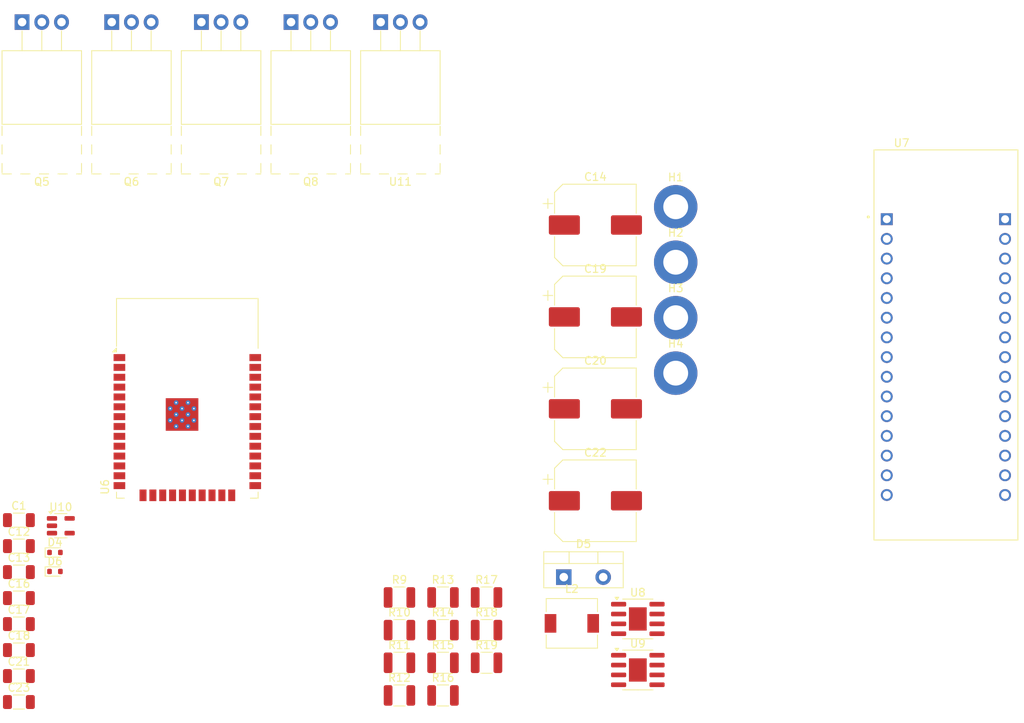
<source format=kicad_pcb>
(kicad_pcb (version 20241229) (generator "pcbnew") (generator_version "9.0")
  (layers (0 "F.Cu" signal) (2 "B.Cu" signal) (13 "F.Paste" user) (15 "B.Paste" user) (5 "F.SilkS" user "F.Silkscreen") (7 "B.SilkS" user "B.Silkscreen") (1 "F.Mask" user) (3 "B.Mask" user) (25 "Edge.Cuts" user))
  (net 0 "")
  (net 1 "Net-(Q6-S)")
  (net 2 "GND")
  (net 3 "/TX")
  (net 4 "Net-(D4-K)")
  (net 5 "Net-(Q7-S)")
  (net 6 "Net-(D5-K)")
  (net 7 "Net-(D6-A)")
  (net 8 "Net-(Q5-S)")
  (net 9 "Net-(Q5-D)")
  (net 10 "Net-(U10-V+)")
  (net 11 "Net-(D4-A)")
  (net 12 "Net-(D5-A)")
  (net 13 "Net-(Q5-G)")
  (net 14 "Net-(Q6-G)")
  (net 15 "Net-(R11-Pad1)")
  (net 16 "Net-(U10--)")
  (net 17 "Net-(U9-HO)")
  (net 18 "Net-(U9-LO)")
  (net 19 "Net-(U10-+)")
  (net 20 "Net-(U8-LO)")
  (net 21 "Net-(U8-HO)")
  (net 22 "/RX")
  (net 55 "Net-(U7-PA8)")
  (net 56 "Net-(U7-PB1)")
  (net 57 "Net-(U7-PB0)")
  (net 58 "Net-(U7-PA11)")
  (net 59 "Net-(D6-K)")
  (footprint "Resistor_SMD:R_1210_3225Metric" (layer "F.Cu") (at 145.515 112.955)
    (property "Reference" "R10" (at 0 -2.28 0) (layer "F.SilkS"))
    (property "Value" "R")
    (fp_line (start -0.723737 -1.355) (end 0.723737 -1.355) (stroke (width 0.12)) (layer "F.SilkS"))
    (fp_line (start -0.723737 1.355) (end 0.723737 1.355) (stroke (width 0.12)) (layer "F.SilkS"))
    (pad "1" smd roundrect (at -1.4625 0) (size 1.125 2.65) (layers "F.Cu" "F.Mask" "F.Paste") (roundrect_rratio 0.222222) (net 10 "Net-(U10-V+)"))
    (pad "2" smd roundrect (at 1.4625 0) (size 1.125 2.65) (layers "F.Cu" "F.Mask" "F.Paste") (roundrect_rratio 0.222222) (net 11 "Net-(D4-A)"))
  )
  (footprint "RF_Module:ESP32-WROOM-32" (layer "F.Cu") (at 118.185 86.065)
    (property "Reference" "U6" (at -10.61 8.43 90) (layer "F.SilkS"))
    (property "Value" "ESP32-WROOM-32")
    (fp_line (start -9.12 -15.86) (end -9.12 -9.7) (stroke (width 0.12)) (layer "F.SilkS"))
    (fp_line (start -9.12 -15.86) (end 9.12 -15.86) (stroke (width 0.12)) (layer "F.SilkS"))
    (fp_line (start -9.12 9.1) (end -9.12 9.88) (stroke (width 0.12)) (layer "F.SilkS"))
    (fp_line (start -9.12 9.88) (end -8.12 9.88) (stroke (width 0.12)) (layer "F.SilkS"))
    (fp_line (start 9.12 -15.86) (end 9.12 -9.445) (stroke (width 0.12)) (layer "F.SilkS"))
    (fp_line (start 9.12 9.1) (end 9.12 9.88) (stroke (width 0.12)) (layer "F.SilkS"))
    (fp_line (start 9.12 9.88) (end 8.12 9.88) (stroke (width 0.12)) (layer "F.SilkS"))
    (fp_poly (pts (xy -9.125 -8.975) (xy -9.625 -8.975) (xy -9.125 -9.475) (xy -9.125 -8.975)) (stroke (width 0.12)) (fill yes) (layer "F.SilkS"))
    (pad "1" smd rect (at -8.75 -8.25) (size 1.5 0.9) (layers "F.Cu" "F.Mask" "F.Paste") (net 2 "GND"))
    (pad "2" smd rect (at -8.75 -6.98) (size 1.5 0.9) (layers "F.Cu" "F.Mask" "F.Paste") (net 10 "Net-(U10-V+)"))
    (pad "3" smd rect (at -8.75 -5.71) (size 1.5 0.9) (layers "F.Cu" "F.Mask" "F.Paste"))
    (pad "4" smd rect (at -8.75 -4.44) (size 1.5 0.9) (layers "F.Cu" "F.Mask" "F.Paste"))
    (pad "5" smd rect (at -8.75 -3.17) (size 1.5 0.9) (layers "F.Cu" "F.Mask" "F.Paste"))
    (pad "6" smd rect (at -8.75 -1.9) (size 1.5 0.9) (layers "F.Cu" "F.Mask" "F.Paste"))
    (pad "7" smd rect (at -8.75 -0.63) (size 1.5 0.9) (layers "F.Cu" "F.Mask" "F.Paste"))
    (pad "8" smd rect (at -8.75 0.64) (size 1.5 0.9) (layers "F.Cu" "F.Mask" "F.Paste"))
    (pad "9" smd rect (at -8.75 1.91) (size 1.5 0.9) (layers "F.Cu" "F.Mask" "F.Paste"))
    (pad "10" smd rect (at -8.75 3.18) (size 1.5 0.9) (layers "F.Cu" "F.Mask" "F.Paste"))
    (pad "11" smd rect (at -8.75 4.45) (size 1.5 0.9) (layers "F.Cu" "F.Mask" "F.Paste"))
    (pad "12" smd rect (at -8.75 5.72) (size 1.5 0.9) (layers "F.Cu" "F.Mask" "F.Paste"))
    (pad "13" smd rect (at -8.75 6.99) (size 1.5 0.9) (layers "F.Cu" "F.Mask" "F.Paste") (net 22 "/RX"))
    (pad "14" smd rect (at -8.75 8.26) (size 1.5 0.9) (layers "F.Cu" "F.Mask" "F.Paste"))
    (pad "15" smd rect (at -5.71 9.51 90) (size 1.5 0.9) (layers "F.Cu" "F.Mask" "F.Paste") (net 2 "GND"))
    (pad "16" smd rect (at -4.44 9.51 90) (size 1.5 0.9) (layers "F.Cu" "F.Mask" "F.Paste") (net 3 "/TX"))
    (pad "17" smd rect (at -3.17 9.51 90) (size 1.5 0.9) (layers "F.Cu" "F.Mask" "F.Paste"))
    (pad "18" smd rect (at -1.9 9.51 90) (size 1.5 0.9) (layers "F.Cu" "F.Mask" "F.Paste"))
    (pad "19" smd rect (at -0.63 9.51 90) (size 1.5 0.9) (layers "F.Cu" "F.Mask" "F.Paste"))
    (pad "20" smd rect (at 0.64 9.51 90) (size 1.5 0.9) (layers "F.Cu" "F.Mask" "F.Paste"))
    (pad "21" smd rect (at 1.91 9.51 90) (size 1.5 0.9) (layers "F.Cu" "F.Mask" "F.Paste"))
    (pad "22" smd rect (at 3.18 9.51 90) (size 1.5 0.9) (layers "F.Cu" "F.Mask" "F.Paste"))
    (pad "23" smd rect (at 4.45 9.51 90) (size 1.5 0.9) (layers "F.Cu" "F.Mask" "F.Paste"))
    (pad "24" smd rect (at 5.72 9.51 90) (size 1.5 0.9) (layers "F.Cu" "F.Mask" "F.Paste"))
    (pad "25" smd rect (at 8.75 8.26) (size 1.5 0.9) (layers "F.Cu" "F.Mask" "F.Paste"))
    (pad "26" smd rect (at 8.75 6.99) (size 1.5 0.9) (layers "F.Cu" "F.Mask" "F.Paste"))
    (pad "27" smd rect (at 8.75 5.72) (size 1.5 0.9) (layers "F.Cu" "F.Mask" "F.Paste"))
    (pad "28" smd rect (at 8.75 4.45) (size 1.5 0.9) (layers "F.Cu" "F.Mask" "F.Paste"))
    (pad "29" smd rect (at 8.75 3.18) (size 1.5 0.9) (layers "F.Cu" "F.Mask" "F.Paste"))
    (pad "30" smd rect (at 8.75 1.91) (size 1.5 0.9) (layers "F.Cu" "F.Mask" "F.Paste"))
    (pad "31" smd rect (at 8.75 0.64) (size 1.5 0.9) (layers "F.Cu" "F.Mask" "F.Paste"))
    (pad "32" smd rect (at 8.75 -0.63) (size 1.5 0.9) (layers "F.Cu" "F.Mask" "F.Paste"))
    (pad "33" smd rect (at 8.75 -1.9) (size 1.5 0.9) (layers "F.Cu" "F.Mask" "F.Paste"))
    (pad "34" smd rect (at 8.75 -3.17) (size 1.5 0.9) (layers "F.Cu" "F.Mask" "F.Paste"))
    (pad "35" smd rect (at 8.75 -4.44) (size 1.5 0.9) (layers "F.Cu" "F.Mask" "F.Paste"))
    (pad "36" smd rect (at 8.75 -5.71) (size 1.5 0.9) (layers "F.Cu" "F.Mask" "F.Paste"))
    (pad "37" smd rect (at 8.75 -6.98) (size 1.5 0.9) (layers "F.Cu" "F.Mask" "F.Paste"))
    (pad "38" smd rect (at 8.75 -8.25) (size 1.5 0.9) (layers "F.Cu" "F.Mask" "F.Paste") (net 2 "GND"))
    (pad "39" smd rect (at -2.205 -2.435) (size 1.05 1.05) (layers "F.Cu" "F.Paste") (net 2 "GND"))
    (pad "39" thru_hole circle (at -2.205 -1.6725) (size 0.6 0.6) (drill 0.2) (property pad_prop_heatsink) (layers "*.Cu" "F.Mask") (net 2 "GND"))
    (pad "39" smd rect (at -2.205 -0.91) (size 1.05 1.05) (layers "F.Cu" "F.Paste") (net 2 "GND"))
    (pad "39" thru_hole circle (at -2.205 -0.1475) (size 0.6 0.6) (drill 0.2) (property pad_prop_heatsink) (layers "*.Cu" "F.Mask") (net 2 "GND"))
    (pad "39" smd rect (at -2.205 0.615) (size 1.05 1.05) (layers "F.Cu" "F.Paste") (net 2 "GND"))
    (pad "39" thru_hole circle (at -1.4425 -2.435) (size 0.6 0.6) (drill 0.2) (property pad_prop_heatsink) (layers "*.Cu" "F.Mask") (net 2 "GND"))
    (pad "39" thru_hole circle (at -1.4425 -0.91) (size 0.6 0.6) (drill 0.2) (property pad_prop_heatsink) (layers "*.Cu" "F.Mask") (net 2 "GND"))
    (pad "39" thru_hole circle (at -1.4425 0.615) (size 0.6 0.6) (drill 0.2) (property pad_prop_heatsink) (layers "*.Cu" "F.Mask") (net 2 "GND"))
    (pad "39" smd rect (at -0.68 -2.435) (size 1.05 1.05) (layers "F.Cu" "F.Paste") (net 2 "GND"))
    (pad "39" thru_hole circle (at -0.68 -1.6725) (size 0.6 0.6) (drill 0.2) (property pad_prop_heatsink) (layers "*.Cu" "F.Mask") (net 2 "GND"))
    (pad "39" smd rect (at -0.68 -0.91) (size 1.05 1.05) (layers "F.Cu" "F.Paste") (net 2 "GND"))
    (pad "39" smd rect (at -0.68 -0.91) (size 4.2 4.2) (property pad_prop_heatsink) (layers "F.Cu" "F.Mask") (net 2 "GND"))
    (pad "39" thru_hole circle (at -0.68 -0.1475) (size 0.6 0.6) (drill 0.2) (property pad_prop_heatsink) (layers "*.Cu" "F.Mask") (net 2 "GND"))
    (pad "39" smd rect (at -0.68 0.615) (size 1.05 1.05) (layers "F.Cu" "F.Paste") (net 2 "GND"))
    (pad "39" thru_hole circle (at 0.0825 -2.435) (size 0.6 0.6) (drill 0.2) (property pad_prop_heatsink) (layers "*.Cu" "F.Mask") (net 2 "GND"))
    (pad "39" thru_hole circle (at 0.0825 -0.91) (size 0.6 0.6) (drill 0.2) (property pad_prop_heatsink) (layers "*.Cu" "F.Mask") (net 2 "GND"))
    (pad "39" thru_hole circle (at 0.0825 0.615) (size 0.6 0.6) (drill 0.2) (property pad_prop_heatsink) (layers "*.Cu" "F.Mask") (net 2 "GND"))
    (pad "39" smd rect (at 0.845 -2.435) (size 1.05 1.05) (layers "F.Cu" "F.Paste") (net 2 "GND"))
    (pad "39" thru_hole circle (at 0.845 -1.6725) (size 0.6 0.6) (drill 0.2) (property pad_prop_heatsink) (layers "*.Cu" "F.Mask") (net 2 "GND"))
    (pad "39" smd rect (at 0.845 -0.91) (size 1.05 1.05) (layers "F.Cu" "F.Paste") (net 2 "GND"))
    (pad "39" thru_hole circle (at 0.845 -0.1475) (size 0.6 0.6) (drill 0.2) (property pad_prop_heatsink) (layers "*.Cu" "F.Mask") (net 2 "GND"))
    (pad "39" smd rect (at 0.845 0.615) (size 1.05 1.05) (layers "F.Cu" "F.Paste") (net 2 "GND"))
  )
  (footprint "Capacitor_SMD:C_1206_3216Metric" (layer "F.Cu") (at 96.485 118.875)
    (property "Reference" "C21" (at 0 -1.85 0) (layer "F.SilkS"))
    (property "Value" "500pF")
    (fp_line (start -0.711252 -0.91) (end 0.711252 -0.91) (stroke (width 0.12)) (layer "F.SilkS"))
    (fp_line (start -0.711252 0.91) (end 0.711252 0.91) (stroke (width 0.12)) (layer "F.SilkS"))
    (pad "1" smd roundrect (at -1.475 0) (size 1.15 1.8) (layers "F.Cu" "F.Mask" "F.Paste") (roundrect_rratio 0.217391) (net 10 "Net-(U10-V+)"))
    (pad "2" smd roundrect (at 1.475 0) (size 1.15 1.8) (layers "F.Cu" "F.Mask" "F.Paste") (roundrect_rratio 0.217391) (net 2 "GND"))
  )
  (footprint "Diode_SMD:D_SOD-523" (layer "F.Cu") (at 101.13 102.945)
    (property "Reference" "D4" (at 0 -1.3 0) (layer "F.SilkS"))
    (property "Value" "1N4148WT")
    (fp_line (start -1.26 -0.6) (end -1.26 0.6) (stroke (width 0.12)) (layer "F.SilkS"))
    (fp_line (start 0.7 -0.6) (end -1.26 -0.6) (stroke (width 0.12)) (layer "F.SilkS"))
    (fp_line (start 0.7 0.6) (end -1.26 0.6) (stroke (width 0.12)) (layer "F.SilkS"))
    (pad "1" smd roundrect (at -0.7 0 180) (size 0.6 0.7) (layers "F.Cu" "F.Mask" "F.Paste") (net 4 "Net-(D4-K)"))
    (pad "2" smd roundrect (at 0.7 0 180) (size 0.6 0.7) (layers "F.Cu" "F.Mask" "F.Paste") (net 11 "Net-(D4-A)"))
  )
  (footprint "Capacitor_SMD:C_1206_3216Metric" (layer "F.Cu") (at 96.485 98.775)
    (property "Reference" "C1" (at 0 -1.85 0) (layer "F.SilkS"))
    (property "Value" "C")
    (fp_line (start -0.711252 -0.91) (end 0.711252 -0.91) (stroke (width 0.12)) (layer "F.SilkS"))
    (fp_line (start -0.711252 0.91) (end 0.711252 0.91) (stroke (width 0.12)) (layer "F.SilkS"))
    (pad "1" smd roundrect (at -1.475 0) (size 1.15 1.8) (layers "F.Cu" "F.Mask" "F.Paste") (roundrect_rratio 0.217391) (net 1 "Net-(Q6-S)"))
    (pad "2" smd roundrect (at 1.475 0) (size 1.15 1.8) (layers "F.Cu" "F.Mask" "F.Paste") (roundrect_rratio 0.217391) (net 2 "GND"))
  )
  (footprint "Capacitor_SMD:CP_Elec_10x10" (layer "F.Cu") (at 170.76 84.425)
    (property "Reference" "C20" (at 0 -6.2 0) (layer "F.SilkS"))
    (property "Value" "100uF")
    (fp_line (start -6.75 -2.76) (end -5.5 -2.76) (stroke (width 0.12)) (layer "F.SilkS"))
    (fp_line (start -6.125 -3.385) (end -6.125 -2.135) (stroke (width 0.12)) (layer "F.SilkS"))
    (fp_line (start -5.26 -4.195563) (end -5.26 -1.51) (stroke (width 0.12)) (layer "F.SilkS"))
    (fp_line (start -5.26 -4.195563) (end -4.195563 -5.26) (stroke (width 0.12)) (layer "F.SilkS"))
    (fp_line (start -5.26 4.195563) (end -5.26 1.51) (stroke (width 0.12)) (layer "F.SilkS"))
    (fp_line (start -5.26 4.195563) (end -4.195563 5.26) (stroke (width 0.12)) (layer "F.SilkS"))
    (fp_line (start -4.195563 -5.26) (end 5.26 -5.26) (stroke (width 0.12)) (layer "F.SilkS"))
    (fp_line (start -4.195563 5.26) (end 5.26 5.26) (stroke (width 0.12)) (layer "F.SilkS"))
    (fp_line (start 5.26 -5.26) (end 5.26 -1.51) (stroke (width 0.12)) (layer "F.SilkS"))
    (fp_line (start 5.26 5.26) (end 5.26 1.51) (stroke (width 0.12)) (layer "F.SilkS"))
    (pad "1" smd roundrect (at -4 0) (size 4 2.5) (layers "F.Cu" "F.Mask" "F.Paste") (roundrect_rratio 0.1) (net 9 "Net-(Q5-D)"))
    (pad "2" smd roundrect (at 4 0) (size 4 2.5) (layers "F.Cu" "F.Mask" "F.Paste") (roundrect_rratio 0.1) (net 2 "GND"))
  )
  (footprint "Resistor_SMD:R_1210_3225Metric" (layer "F.Cu") (at 151.125 117.165)
    (property "Reference" "R15" (at 0 -2.28 0) (layer "F.SilkS"))
    (property "Value" "R")
    (fp_line (start -0.723737 -1.355) (end 0.723737 -1.355) (stroke (width 0.12)) (layer "F.SilkS"))
    (fp_line (start -0.723737 1.355) (end 0.723737 1.355) (stroke (width 0.12)) (layer "F.SilkS"))
    (pad "1" smd roundrect (at -1.4625 0) (size 1.125 2.65) (layers "F.Cu" "F.Mask" "F.Paste") (roundrect_rratio 0.222222) (net 19 "Net-(U10-+)"))
    (pad "2" smd roundrect (at 1.4625 0) (size 1.125 2.65) (layers "F.Cu" "F.Mask" "F.Paste") (roundrect_rratio 0.222222) (net 1 "Net-(Q6-S)"))
  )
  (footprint "Resistor_SMD:R_1210_3225Metric" (layer "F.Cu") (at 156.735 112.955)
    (property "Reference" "R18" (at 0 -2.28 0) (layer "F.SilkS"))
    (property "Value" "R")
    (fp_line (start -0.723737 -1.355) (end 0.723737 -1.355) (stroke (width 0.12)) (layer "F.SilkS"))
    (fp_line (start -0.723737 1.355) (end 0.723737 1.355) (stroke (width 0.12)) (layer "F.SilkS"))
    (pad "1" smd roundrect (at -1.4625 0) (size 1.125 2.65) (layers "F.Cu" "F.Mask" "F.Paste") (roundrect_rratio 0.222222) (net 21 "Net-(U8-HO)"))
    (pad "2" smd roundrect (at 1.4625 0) (size 1.125 2.65) (layers "F.Cu" "F.Mask" "F.Paste") (roundrect_rratio 0.222222) (net 9 "Net-(Q5-D)"))
  )
  (footprint "Resistor_SMD:R_1210_3225Metric" (layer "F.Cu") (at 151.125 112.955)
    (property "Reference" "R14" (at 0 -2.28 0) (layer "F.SilkS"))
    (property "Value" "R")
    (fp_line (start -0.723737 -1.355) (end 0.723737 -1.355) (stroke (width 0.12)) (layer "F.SilkS"))
    (fp_line (start -0.723737 1.355) (end 0.723737 1.355) (stroke (width 0.12)) (layer "F.SilkS"))
    (pad "1" smd roundrect (at -1.4625 0) (size 1.125 2.65) (layers "F.Cu" "F.Mask" "F.Paste") (roundrect_rratio 0.222222) (net 18 "Net-(U9-LO)"))
    (pad "2" smd roundrect (at 1.4625 0) (size 1.125 2.65) (layers "F.Cu" "F.Mask" "F.Paste") (roundrect_rratio 0.222222) (net 14 "Net-(Q6-G)"))
  )
  (footprint "MountingHole:MountingHole_3.2mm_M3_DIN965_Pad" (layer "F.Cu") (at 181.105 65.525)
    (property "Reference" "H2" (at 0 -3.8 0) (layer "F.SilkS"))
    (property "Value" "U wyj")
    (pad "1" thru_hole circle (at 0 0) (size 5.6 5.6) (drill 3.2) (layers "*.Cu" "*.Mask") (net 8 "Net-(Q5-S)"))
  )
  (footprint "Resistor_SMD:R_1210_3225Metric" (layer "F.Cu") (at 156.735 117.165)
    (property "Reference" "R19" (at 0 -2.28 0) (layer "F.SilkS"))
    (property "Value" "R")
    (fp_line (start -0.723737 -1.355) (end 0.723737 -1.355) (stroke (width 0.12)) (layer "F.SilkS"))
    (fp_line (start -0.723737 1.355) (end 0.723737 1.355) (stroke (width 0.12)) (layer "F.SilkS"))
    (pad "1" smd roundrect (at -1.4625 0) (size 1.125 2.65) (layers "F.Cu" "F.Mask" "F.Paste") (roundrect_rratio 0.222222) (net 1 "Net-(Q6-S)"))
    (pad "2" smd roundrect (at 1.4625 0) (size 1.125 2.65) (layers "F.Cu" "F.Mask" "F.Paste") (roundrect_rratio 0.222222) (net 2 "GND"))
  )
  (footprint "Resistor_SMD:R_1210_3225Metric" (layer "F.Cu") (at 151.125 108.745)
    (property "Reference" "R13" (at 0 -2.28 0) (layer "F.SilkS"))
    (property "Value" "R")
    (fp_line (start -0.723737 -1.355) (end 0.723737 -1.355) (stroke (width 0.12)) (layer "F.SilkS"))
    (fp_line (start -0.723737 1.355) (end 0.723737 1.355) (stroke (width 0.12)) (layer "F.SilkS"))
    (pad "1" smd roundrect (at -1.4625 0) (size 1.125 2.65) (layers "F.Cu" "F.Mask" "F.Paste") (roundrect_rratio 0.222222) (net 17 "Net-(U9-HO)"))
    (pad "2" smd roundrect (at 1.4625 0) (size 1.125 2.65) (layers "F.Cu" "F.Mask" "F.Paste") (roundrect_rratio 0.222222) (net 13 "Net-(Q5-G)"))
  )
  (footprint "MountingHole:MountingHole_3.2mm_M3_DIN965_Pad" (layer "F.Cu") (at 181.105 79.825)
    (property "Reference" "H4" (at 0 -3.8 0) (layer "F.SilkS"))
    (property "Value" "GND")
    (pad "1" thru_hole circle (at 0 0) (size 5.6 5.6) (drill 3.2) (layers "*.Cu" "*.Mask") (net 2 "GND"))
  )
  (footprint "Capacitor_SMD:CP_Elec_10x10" (layer "F.Cu") (at 170.76 60.725)
    (property "Reference" "C14" (at 0 -6.2 0) (layer "F.SilkS"))
    (property "Value" "100uF")
    (fp_line (start -6.75 -2.76) (end -5.5 -2.76) (stroke (width 0.12)) (layer "F.SilkS"))
    (fp_line (start -6.125 -3.385) (end -6.125 -2.135) (stroke (width 0.12)) (layer "F.SilkS"))
    (fp_line (start -5.26 -4.195563) (end -5.26 -1.51) (stroke (width 0.12)) (layer "F.SilkS"))
    (fp_line (start -5.26 -4.195563) (end -4.195563 -5.26) (stroke (width 0.12)) (layer "F.SilkS"))
    (fp_line (start -5.26 4.195563) (end -5.26 1.51) (stroke (width 0.12)) (layer "F.SilkS"))
    (fp_line (start -5.26 4.195563) (end -4.195563 5.26) (stroke (width 0.12)) (layer "F.SilkS"))
    (fp_line (start -4.195563 -5.26) (end 5.26 -5.26) (stroke (width 0.12)) (layer "F.SilkS"))
    (fp_line (start -4.195563 5.26) (end 5.26 5.26) (stroke (width 0.12)) (layer "F.SilkS"))
    (fp_line (start 5.26 -5.26) (end 5.26 -1.51) (stroke (width 0.12)) (layer "F.SilkS"))
    (fp_line (start 5.26 5.26) (end 5.26 1.51) (stroke (width 0.12)) (layer "F.SilkS"))
    (pad "1" smd roundrect (at -4 0) (size 4 2.5) (layers "F.Cu" "F.Mask" "F.Paste") (roundrect_rratio 0.1) (net 6 "Net-(D5-K)"))
    (pad "2" smd roundrect (at 4 0) (size 4 2.5) (layers "F.Cu" "F.Mask" "F.Paste") (roundrect_rratio 0.1) (net 2 "GND"))
  )
  (footprint "Inductor_SMD:L_6.3x6.3_H3" (layer "F.Cu") (at 167.725 112.085)
    (property "Reference" "L2" (at 0 -4.45 0) (layer "F.SilkS"))
    (property "Value" "5uH")
    (fp_line (start -3.3 -3.2) (end 3.3 -3.2) (stroke (width 0.12)) (layer "F.SilkS"))
    (fp_line (start -3.3 -1.5) (end -3.3 -3.2) (stroke (width 0.12)) (layer "F.SilkS"))
    (fp_line (start -3.3 3.2) (end -3.3 1.5) (stroke (width 0.12)) (layer "F.SilkS"))
    (fp_line (start 3.3 -3.2) (end 3.3 -1.5) (stroke (width 0.12)) (layer "F.SilkS"))
    (fp_line (start 3.3 1.5) (end 3.3 3.2) (stroke (width 0.12)) (layer "F.SilkS"))
    (fp_line (start 3.3 3.2) (end -3.3 3.2) (stroke (width 0.12)) (layer "F.SilkS"))
    (pad "1" smd rect (at -2.75 0) (size 1.5 2.4) (layers "F.Cu" "F.Mask" "F.Paste") (net 12 "Net-(D5-A)"))
    (pad "2" smd rect (at 2.75 0) (size 1.5 2.4) (layers "F.Cu" "F.Mask" "F.Paste") (net 9 "Net-(Q5-D)"))
  )
  (footprint "Package_TO_SOT_SMD:SOT-23-5" (layer "F.Cu") (at 101.885 99.5)
    (property "Reference" "U10" (at 0 -2.4 0) (layer "F.SilkS"))
    (property "Value" "TLV379IDR")
    (fp_line (start 0 -1.56) (end -0.8 -1.56) (stroke (width 0.12)) (layer "F.SilkS"))
    (fp_line (start 0 -1.56) (end 0.8 -1.56) (stroke (width 0.12)) (layer "F.SilkS"))
    (fp_line (start 0 1.56) (end -0.8 1.56) (stroke (width 0.12)) (layer "F.SilkS"))
    (fp_line (start 0 1.56) (end 0.8 1.56) (stroke (width 0.12)) (layer "F.SilkS"))
    (fp_poly (pts (xy -1.3 -1.51) (xy -1.54 -1.84) (xy -1.06 -1.84) (xy -1.3 -1.51)) (stroke (width 0.12)) (fill yes) (layer "F.SilkS"))
    (pad "1" smd roundrect (at -1.1375 -0.95) (size 1.325 0.6) (layers "F.Cu" "F.Mask" "F.Paste") (net 15 "Net-(R11-Pad1)"))
    (pad "2" smd roundrect (at -1.1375 0) (size 1.325 0.6) (layers "F.Cu" "F.Mask" "F.Paste") (net 2 "GND"))
    (pad "3" smd roundrect (at -1.1375 0.95) (size 1.325 0.6) (layers "F.Cu" "F.Mask" "F.Paste") (net 19 "Net-(U10-+)"))
    (pad "4" smd roundrect (at 1.1375 0.95) (size 1.325 0.6) (layers "F.Cu" "F.Mask" "F.Paste") (net 16 "Net-(U10--)"))
    (pad "5" smd roundrect (at 1.1375 -0.95) (size 1.325 0.6) (layers "F.Cu" "F.Mask" "F.Paste") (net 10 "Net-(U10-V+)"))
  )
  (footprint "Diode_SMD:D_SOD-523" (layer "F.Cu") (at 101.13 105.395)
    (property "Reference" "D6" (at 0 -1.3 0) (layer "F.SilkS"))
    (property "Value" "1N4148WT")
    (fp_line (start -1.26 -0.6) (end -1.26 0.6) (stroke (width 0.12)) (layer "F.SilkS"))
    (fp_line (start 0.7 -0.6) (end -1.26 -0.6) (stroke (width 0.12)) (layer "F.SilkS"))
    (fp_line (start 0.7 0.6) (end -1.26 0.6) (stroke (width 0.12)) (layer "F.SilkS"))
    (pad "1" smd roundrect (at -0.7 0 180) (size 0.6 0.7) (layers "F.Cu" "F.Mask" "F.Paste") (net 59 "Net-(D6-K)"))
    (pad "2" smd roundrect (at 0.7 0 180) (size 0.6 0.7) (layers "F.Cu" "F.Mask" "F.Paste") (net 7 "Net-(D6-A)"))
  )
  (footprint "Package_TO_SOT_THT:TO-220-3_Horizontal_TabUp" (layer "F.Cu") (at 119.995 34.565)
    (property "Reference" "Q7" (at 2.54 20.58 0) (layer "F.SilkS"))
    (property "Value" "NMOS")
    (fp_line (start -2.58 3.69) (end -2.58 13.18) (stroke (width 0.12)) (layer "F.SilkS"))
    (fp_line (start -2.58 3.69) (end 7.66 3.69) (stroke (width 0.12)) (layer "F.SilkS"))
    (fp_line (start -2.58 13.18) (end 7.66 13.18) (stroke (width 0.12)) (layer "F.SilkS"))
    (fp_line (start -2.58 13.42) (end -2.58 14.62) (stroke (width 0.12)) (layer "F.SilkS"))
    (fp_line (start -2.58 15.82) (end -2.58 17.02) (stroke (width 0.12)) (layer "F.SilkS"))
    (fp_line (start -2.58 18.22) (end -2.58 19.42) (stroke (width 0.12)) (layer "F.SilkS"))
    (fp_line (start -2.58 19.58) (end -1.38 19.58) (stroke (width 0.12)) (layer "F.SilkS"))
    (fp_line (start -0.181 19.58) (end 1.02 19.58) (stroke (width 0.12)) (layer "F.SilkS"))
    (fp_line (start 0 1.15) (end 0 3.69) (stroke (width 0.12)) (layer "F.SilkS"))
    (fp_line (start 2.22 19.58) (end 3.42 19.58) (stroke (width 0.12)) (layer "F.SilkS"))
    (fp_line (start 2.54 1.15) (end 2.54 3.69) (stroke (width 0.12)) (layer "F.SilkS"))
    (fp_line (start 4.62 19.58) (end 5.82 19.58) (stroke (width 0.12)) (layer "F.SilkS"))
    (fp_line (start 5.08 1.15) (end 5.08 3.69) (stroke (width 0.12)) (layer "F.SilkS"))
    (fp_line (start 7.02 19.58) (end 7.66 19.58) (stroke (width 0.12)) (layer "F.SilkS"))
    (fp_line (start 7.66 3.69) (end 7.66 13.18) (stroke (width 0.12)) (layer "F.SilkS"))
    (fp_line (start 7.66 13.42) (end 7.66 14.62) (stroke (width 0.12)) (layer "F.SilkS"))
    (fp_line (start 7.66 15.82) (end 7.66 17.02) (stroke (width 0.12)) (layer "F.SilkS"))
    (fp_line (start 7.66 18.22) (end 7.66 19.42) (stroke (width 0.12)) (layer "F.SilkS"))
    (pad "" np_thru_hole circle (at 2.54 16.66) (size 3.5 3.5) (drill 3.5) (layers "*.Cu" "*.Mask"))
    (pad "1" thru_hole rect (at 0 0) (size 1.905 2) (drill 1.1) (layers "*.Cu" "*.Mask") (net 9 "Net-(Q5-D)"))
    (pad "2" thru_hole oval (at 2.54 0) (size 1.905 2) (drill 1.1) (layers "*.Cu" "*.Mask") (net 9 "Net-(Q5-D)"))
    (pad "3" thru_hole oval (at 5.08 0) (size 1.905 2) (drill 1.1) (layers "*.Cu" "*.Mask") (net 5 "Net-(Q7-S)"))
  )
  (footprint "Resistor_SMD:R_1210_3225Metric" (layer "F.Cu") (at 145.515 121.375)
    (property "Reference" "R12" (at 0 -2.28 0) (layer "F.SilkS"))
    (property "Value" "R")
    (fp_line (start -0.723737 -1.355) (end 0.723737 -1.355) (stroke (width 0.12)) (layer "F.SilkS"))
    (fp_line (start -0.723737 1.355) (end 0.723737 1.355) (stroke (width 0.12)) (layer "F.SilkS"))
    (pad "1" smd roundrect (at -1.4625 0) (size 1.125 2.65) (layers "F.Cu" "F.Mask" "F.Paste") (roundrect_rratio 0.222222) (net 10 "Net-(U10-V+)"))
    (pad "2" smd roundrect (at 1.4625 0) (size 1.125 2.65) (layers "F.Cu" "F.Mask" "F.Paste") (roundrect_rratio 0.222222) (net 7 "Net-(D6-A)"))
  )
  (footprint "Package_SO:SOIC-8-1EP_3.9x4.9mm_P1.27mm_EP2.29x3mm" (layer "F.Cu") (at 176.225 111.515)
    (property "Reference" "U8" (at 0 -3.4 0) (layer "F.SilkS"))
    (property "Value" "IR2102")
    (fp_line (start 0 -2.56) (end -1.95 -2.56) (stroke (width 0.12)) (layer "F.SilkS"))
    (fp_line (start 0 -2.56) (end 1.95 -2.56) (stroke (width 0.12)) (layer "F.SilkS"))
    (fp_line (start 0 2.56) (end -1.95 2.56) (stroke (width 0.12)) (layer "F.SilkS"))
    (fp_line (start 0 2.56) (end 1.95 2.56) (stroke (width 0.12)) (layer "F.SilkS"))
    (fp_poly (pts (xy -2.7 -2.465) (xy -2.94 -2.795) (xy -2.46 -2.795) (xy -2.7 -2.465)) (stroke (width 0.12)) (fill yes) (layer "F.SilkS"))
    (pad "1" smd roundrect (at -2.475 -1.905) (size 1.95 0.6) (layers "F.Cu" "F.Mask" "F.Paste") (net 10 "Net-(U10-V+)"))
    (pad "2" smd roundrect (at -2.475 -0.635) (size 1.95 0.6) (layers "F.Cu" "F.Mask" "F.Paste") (net 55 "Net-(U7-PA8)"))
    (pad "3" smd roundrect (at -2.475 0.635) (size 1.95 0.6) (layers "F.Cu" "F.Mask" "F.Paste") (net 57 "Net-(U7-PB0)"))
    (pad "4" smd roundrect (at -2.475 1.905) (size 1.95 0.6) (layers "F.Cu" "F.Mask" "F.Paste") (net 2 "GND"))
    (pad "5" smd roundrect (at 2.475 1.905) (size 1.95 0.6) (layers "F.Cu" "F.Mask" "F.Paste") (net 20 "Net-(U8-LO)"))
    (pad "6" smd roundrect (at 2.475 0.635) (size 1.95 0.6) (layers "F.Cu" "F.Mask" "F.Paste") (net 5 "Net-(Q7-S)"))
    (pad "7" smd roundrect (at 2.475 -0.635) (size 1.95 0.6) (layers "F.Cu" "F.Mask" "F.Paste") (net 21 "Net-(U8-HO)"))
    (pad "8" smd roundrect (at 2.475 -1.905) (size 1.95 0.6) (layers "F.Cu" "F.Mask" "F.Paste") (net 4 "Net-(D4-K)"))
    (pad "9" smd rect (at 0 0) (size 2.29 3) (property pad_prop_heatsink) (layers "F.Cu" "F.Mask"))
  )
  (footprint "Capacitor_SMD:CP_Elec_10x10" (layer "F.Cu") (at 170.76 72.575)
    (property "Reference" "C19" (at 0 -6.2 0) (layer "F.SilkS"))
    (property "Value" "100uF")
    (fp_line (start -6.75 -2.76) (end -5.5 -2.76) (stroke (width 0.12)) (layer "F.SilkS"))
    (fp_line (start -6.125 -3.385) (end -6.125 -2.135) (stroke (width 0.12)) (layer "F.SilkS"))
    (fp_line (start -5.26 -4.195563) (end -5.26 -1.51) (stroke (width 0.12)) (layer "F.SilkS"))
    (fp_line (start -5.26 -4.195563) (end -4.195563 -5.26) (stroke (width 0.12)) (layer "F.SilkS"))
    (fp_line (start -5.26 4.195563) (end -5.26 1.51) (stroke (width 0.12)) (layer "F.SilkS"))
    (fp_line (start -5.26 4.195563) (end -4.195563 5.26) (stroke (width 0.12)) (layer "F.SilkS"))
    (fp_line (start -4.195563 -5.26) (end 5.26 -5.26) (stroke (width 0.12)) (layer "F.SilkS"))
    (fp_line (start -4.195563 5.26) (end 5.26 5.26) (stroke (width 0.12)) (layer "F.SilkS"))
    (fp_line (start 5.26 -5.26) (end 5.26 -1.51) (stroke (width 0.12)) (layer "F.SilkS"))
    (fp_line (start 5.26 5.26) (end 5.26 1.51) (stroke (width 0.12)) (layer "F.SilkS"))
    (pad "1" smd roundrect (at -4 0) (size 4 2.5) (layers "F.Cu" "F.Mask" "F.Paste") (roundrect_rratio 0.1) (net 9 "Net-(Q5-D)"))
    (pad "2" smd roundrect (at 4 0) (size 4 2.5) (layers "F.Cu" "F.Mask" "F.Paste") (roundrect_rratio 0.1) (net 2 "GND"))
  )
  (footprint "Package_TO_SOT_THT:TO-220-3_Horizontal_TabUp" (layer "F.Cu") (at 108.445 34.565)
    (property "Reference" "Q6" (at 2.54 20.58 0) (layer "F.SilkS"))
    (property "Value" "NMOS")
    (fp_line (start -2.58 3.69) (end -2.58 13.18) (stroke (width 0.12)) (layer "F.SilkS"))
    (fp_line (start -2.58 3.69) (end 7.66 3.69) (stroke (width 0.12)) (layer "F.SilkS"))
    (fp_line (start -2.58 13.18) (end 7.66 13.18) (stroke (width 0.12)) (layer "F.SilkS"))
    (fp_line (start -2.58 13.42) (end -2.58 14.62) (stroke (width 0.12)) (layer "F.SilkS"))
    (fp_line (start -2.58 15.82) (end -2.58 17.02) (stroke (width 0.12)) (layer "F.SilkS"))
    (fp_line (start -2.58 18.22) (end -2.58 19.42) (stroke (width 0.12)) (layer "F.SilkS"))
    (fp_line (start -2.58 19.58) (end -1.38 19.58) (stroke (width 0.12)) (layer "F.SilkS"))
    (fp_line (start -0.181 19.58) (end 1.02 19.58) (stroke (width 0.12)) (layer "F.SilkS"))
    (fp_line (start 0 1.15) (end 0 3.69) (stroke (width 0.12)) (layer "F.SilkS"))
    (fp_line (start 2.22 19.58) (end 3.42 19.58) (stroke (width 0.12)) (layer "F.SilkS"))
    (fp_line (start 2.54 1.15) (end 2.54 3.69) (stroke (width 0.12)) (layer "F.SilkS"))
    (fp_line (start 4.62 19.58) (end 5.82 19.58) (stroke (width 0.12)) (layer "F.SilkS"))
    (fp_line (start 5.08 1.15) (end 5.08 3.69) (stroke (width 0.12)) (layer "F.SilkS"))
    (fp_line (start 7.02 19.58) (end 7.66 19.58) (stroke (width 0.12)) (layer "F.SilkS"))
    (fp_line (start 7.66 3.69) (end 7.66 13.18) (stroke (width 0.12)) (layer "F.SilkS"))
    (fp_line (start 7.66 13.42) (end 7.66 14.62) (stroke (width 0.12)) (layer "F.SilkS"))
    (fp_line (start 7.66 15.82) (end 7.66 17.02) (stroke (width 0.12)) (layer "F.SilkS"))
    (fp_line (start 7.66 18.22) (end 7.66 19.42) (stroke (width 0.12)) (layer "F.SilkS"))
    (pad "" np_thru_hole circle (at 2.54 16.66) (size 3.5 3.5) (drill 3.5) (layers "*.Cu" "*.Mask"))
    (pad "1" thru_hole rect (at 0 0) (size 1.905 2) (drill 1.1) (layers "*.Cu" "*.Mask") (net 8 "Net-(Q5-S)"))
    (pad "2" thru_hole oval (at 2.54 0) (size 1.905 2) (drill 1.1) (layers "*.Cu" "*.Mask") (net 14 "Net-(Q6-G)"))
    (pad "3" thru_hole oval (at 5.08 0) (size 1.905 2) (drill 1.1) (layers "*.Cu" "*.Mask") (net 1 "Net-(Q6-S)"))
  )
  (footprint "Capacitor_SMD:C_1206_3216Metric" (layer "F.Cu") (at 96.485 102.125)
    (property "Reference" "C12" (at 0 -1.85 0) (layer "F.SilkS"))
    (property "Value" "1nF")
    (fp_line (start -0.711252 -0.91) (end 0.711252 -0.91) (stroke (width 0.12)) (layer "F.SilkS"))
    (fp_line (start -0.711252 0.91) (end 0.711252 0.91) (stroke (width 0.12)) (layer "F.SilkS"))
    (pad "1" smd roundrect (at -1.475 0) (size 1.15 1.8) (layers "F.Cu" "F.Mask" "F.Paste") (roundrect_rratio 0.217391) (net 3 "/TX"))
    (pad "2" smd roundrect (at 1.475 0) (size 1.15 1.8) (layers "F.Cu" "F.Mask" "F.Paste") (roundrect_rratio 0.217391) (net 2 "GND"))
  )
  (footprint "Package_SO:SOIC-8-1EP_3.9x4.9mm_P1.27mm_EP2.29x3mm" (layer "F.Cu") (at 176.225 118.095)
    (property "Reference" "U9" (at 0 -3.4 0) (layer "F.SilkS"))
    (property "Value" "IR2102")
    (fp_line (start 0 -2.56) (end -1.95 -2.56) (stroke (width 0.12)) (layer "F.SilkS"))
    (fp_line (start 0 -2.56) (end 1.95 -2.56) (stroke (width 0.12)) (layer "F.SilkS"))
    (fp_line (start 0 2.56) (end -1.95 2.56) (stroke (width 0.12)) (layer "F.SilkS"))
    (fp_line (start 0 2.56) (end 1.95 2.56) (stroke (width 0.12)) (layer "F.SilkS"))
    (fp_poly (pts (xy -2.7 -2.465) (xy -2.94 -2.795) (xy -2.46 -2.795) (xy -2.7 -2.465)) (stroke (width 0.12)) (fill yes) (layer "F.SilkS"))
    (pad "1" smd roundrect (at -2.475 -1.905) (size 1.95 0.6) (layers "F.Cu" "F.Mask" "F.Paste") (net 10 "Net-(U10-V+)"))
    (pad "2" smd roundrect (at -2.475 -0.635) (size 1.95 0.6) (layers "F.Cu" "F.Mask" "F.Paste") (net 58 "Net-(U7-PA11)"))
    (pad "3" smd roundrect (at -2.475 0.635) (size 1.95 0.6) (layers "F.Cu" "F.Mask" "F.Paste") (net 56 "Net-(U7-PB1)"))
    (pad "4" smd roundrect (at -2.475 1.905) (size 1.95 0.6) (layers "F.Cu" "F.Mask" "F.Paste") (net 2 "GND"))
    (pad "5" smd roundrect (at 2.475 1.905) (size 1.95 0.6) (layers "F.Cu" "F.Mask" "F.Paste") (net 18 "Net-(U9-LO)"))
    (pad "6" smd roundrect (at 2.475 0.635) (size 1.95 0.6) (layers "F.Cu" "F.Mask" "F.Paste") (net 8 "Net-(Q5-S)"))
    (pad "7" smd roundrect (at 2.475 -0.635) (size 1.95 0.6) (layers "F.Cu" "F.Mask" "F.Paste") (net 17 "Net-(U9-HO)"))
    (pad "8" smd roundrect (at 2.475 -1.905) (size 1.95 0.6) (layers "F.Cu" "F.Mask" "F.Paste") (net 59 "Net-(D6-K)"))
    (pad "9" smd rect (at 0 0) (size 2.29 3) (property pad_prop_heatsink) (layers "F.Cu" "F.Mask"))
  )
  (footprint "MountingHole:MountingHole_3.2mm_M3_DIN965_Pad" (layer "F.Cu") (at 181.105 58.375)
    (property "Reference" "H1" (at 0 -3.8 0) (layer "F.SilkS"))
    (property "Value" "U wyj")
    (pad "1" thru_hole circle (at 0 0) (size 5.6 5.6) (drill 3.2) (layers "*.Cu" "*.Mask") (net 5 "Net-(Q7-S)"))
  )
  (footprint "Package_TO_SOT_THT:TO-220-3_Horizontal_TabUp" (layer "F.Cu") (at 131.545 34.565)
    (property "Reference" "Q8" (at 2.54 20.58 0) (layer "F.SilkS"))
    (property "Value" "NMOS")
    (fp_line (start -2.58 3.69) (end -2.58 13.18) (stroke (width 0.12)) (layer "F.SilkS"))
    (fp_line (start -2.58 3.69) (end 7.66 3.69) (stroke (width 0.12)) (layer "F.SilkS"))
    (fp_line (start -2.58 13.18) (end 7.66 13.18) (stroke (width 0.12)) (layer "F.SilkS"))
    (fp_line (start -2.58 13.42) (end -2.58 14.62) (stroke (width 0.12)) (layer "F.SilkS"))
    (fp_line (start -2.58 15.82) (end -2.58 17.02) (stroke (width 0.12)) (layer "F.SilkS"))
    (fp_line (start -2.58 18.22) (end -2.58 19.42) (stroke (width 0.12)) (layer "F.SilkS"))
    (fp_line (start -2.58 19.58) (end -1.38 19.58) (stroke (width 0.12)) (layer "F.SilkS"))
    (fp_line (start -0.181 19.58) (end 1.02 19.58) (stroke (width 0.12)) (layer "F.SilkS"))
    (fp_line (start 0 1.15) (end 0 3.69) (stroke (width 0.12)) (layer "F.SilkS"))
    (fp_line (start 2.22 19.58) (end 3.42 19.58) (stroke (width 0.12)) (layer "F.SilkS"))
    (fp_line (start 2.54 1.15) (end 2.54 3.69) (stroke (width 0.12)) (layer "F.SilkS"))
    (fp_line (start 4.62 19.58) (end 5.82 19.58) (stroke (width 0.12)) (layer "F.SilkS"))
    (fp_line (start 5.08 1.15) (end 5.08 3.69) (stroke (width 0.12)) (layer "F.SilkS"))
    (fp_line (start 7.02 19.58) (end 7.66 19.58) (stroke (width 0.12)) (layer "F.SilkS"))
    (fp_line (start 7.66 3.69) (end 7.66 13.18) (stroke (width 0.12)) (layer "F.SilkS"))
    (fp_line (start 7.66 13.42) (end 7.66 14.62) (stroke (width 0.12)) (layer "F.SilkS"))
    (fp_line (start 7.66 15.82) (end 7.66 17.02) (stroke (width 0.12)) (layer "F.SilkS"))
    (fp_line (start 7.66 18.22) (end 7.66 19.42) (stroke (width 0.12)) (layer "F.SilkS"))
    (pad "" np_thru_hole circle (at 2.54 16.66) (size 3.5 3.5) (drill 3.5) (layers "*.Cu" "*.Mask"))
    (pad "1" thru_hole rect (at 0 0) (size 1.905 2) (drill 1.1) (layers "*.Cu" "*.Mask") (net 5 "Net-(Q7-S)"))
    (pad "2" thru_hole oval (at 2.54 0) (size 1.905 2) (drill 1.1) (layers "*.Cu" "*.Mask") (net 9 "Net-(Q5-D)"))
    (pad "3" thru_hole oval (at 5.08 0) (size 1.905 2) (drill 1.1) (layers "*.Cu" "*.Mask") (net 1 "Net-(Q6-S)"))
  )
  (footprint "MountingHole:MountingHole_3.2mm_M3_DIN965_Pad" (layer "F.Cu") (at 181.105 72.675)
    (property "Reference" "H3" (at 0 -3.8 0) (layer "F.SilkS"))
    (property "Value" "+48V Vcc")
    (pad "1" thru_hole circle (at 0 0) (size 5.6 5.6) (drill 3.2) (layers "*.Cu" "*.Mask") (net 9 "Net-(Q5-D)"))
  )
  (footprint "Package_TO_SOT_THT:TO-220-2_Vertical" (layer "F.Cu") (at 166.685 106.125)
    (property "Reference" "D5" (at 2.54 -4.27 0) (layer "F.SilkS"))
    (property "Value" "C4D02120A")
    (fp_line (start -2.58 -3.27) (end -2.58 1.371) (stroke (width 0.12)) (layer "F.SilkS"))
    (fp_line (start -2.58 -3.27) (end 7.66 -3.27) (stroke (width 0.12)) (layer "F.SilkS"))
    (fp_line (start -2.58 -1.76) (end 7.66 -1.76) (stroke (width 0.12)) (layer "F.SilkS"))
    (fp_line (start -2.58 1.371) (end 7.66 1.371) (stroke (width 0.12)) (layer "F.SilkS"))
    (fp_line (start 0.69 -3.27) (end 0.69 -1.76) (stroke (width 0.12)) (layer "F.SilkS"))
    (fp_line (start 4.391 -3.27) (end 4.391 -1.76) (stroke (width 0.12)) (layer "F.SilkS"))
    (fp_line (start 7.66 -3.27) (end 7.66 1.371) (stroke (width 0.12)) (layer "F.SilkS"))
    (pad "1" thru_hole rect (at 0 0) (size 2 2) (drill 1.1) (layers "*.Cu" "*.Mask") (net 6 "Net-(D5-K)"))
    (pad "2" thru_hole circle (at 5.08 0) (size 2 2) (drill 1.1) (layers "*.Cu" "*.Mask") (net 12 "Net-(D5-A)"))
  )
  (footprint "Resistor_SMD:R_1210_3225Metric" (layer "F.Cu") (at 151.125 121.375)
    (property "Reference" "R16" (at 0 -2.28 0) (layer "F.SilkS"))
    (property "Value" "R")
    (fp_line (start -0.723737 -1.355) (end 0.723737 -1.355) (stroke (width 0.12)) (layer "F.SilkS"))
    (fp_line (start -0.723737 1.355) (end 0.723737 1.355) (stroke (width 0.12)) (layer "F.SilkS"))
    (pad "1" smd roundrect (at -1.4625 0) (size 1.125 2.65) (layers "F.Cu" "F.Mask" "F.Paste") (roundrect_rratio 0.222222) (net 20 "Net-(U8-LO)"))
    (pad "2" smd roundrect (at 1.4625 0) (size 1.125 2.65) (layers "F.Cu" "F.Mask" "F.Paste") (roundrect_rratio 0.222222) (net 9 "Net-(Q5-D)"))
  )
  (footprint "Resistor_SMD:R_1210_3225Metric" (layer "F.Cu") (at 145.515 108.745)
    (property "Reference" "R9" (at 0 -2.28 0) (layer "F.SilkS"))
    (property "Value" "10R")
    (fp_line (start -0.723737 -1.355) (end 0.723737 -1.355) (stroke (width 0.12)) (layer "F.SilkS"))
    (fp_line (start -0.723737 1.355) (end 0.723737 1.355) (stroke (width 0.12)) (layer "F.SilkS"))
    (pad "1" smd roundrect (at -1.4625 0) (size 1.125 2.65) (layers "F.Cu" "F.Mask" "F.Paste") (roundrect_rratio 0.222222) (net 3 "/TX"))
    (pad "2" smd roundrect (at 1.4625 0) (size 1.125 2.65) (layers "F.Cu" "F.Mask" "F.Paste") (roundrect_rratio 0.222222) (net 15 "Net-(R11-Pad1)"))
  )
  (footprint "Capacitor_SMD:CP_Elec_10x10" (layer "F.Cu") (at 170.76 96.275)
    (property "Reference" "C22" (at 0 -6.2 0) (layer "F.SilkS"))
    (property "Value" "100uF")
    (fp_line (start -6.75 -2.76) (end -5.5 -2.76) (stroke (width 0.12)) (layer "F.SilkS"))
    (fp_line (start -6.125 -3.385) (end -6.125 -2.135) (stroke (width 0.12)) (layer "F.SilkS"))
    (fp_line (start -5.26 -4.195563) (end -5.26 -1.51) (stroke (width 0.12)) (layer "F.SilkS"))
    (fp_line (start -5.26 -4.195563) (end -4.195563 -5.26) (stroke (width 0.12)) (layer "F.SilkS"))
    (fp_line (start -5.26 4.195563) (end -5.26 1.51) (stroke (width 0.12)) (layer "F.SilkS"))
    (fp_line (start -5.26 4.195563) (end -4.195563 5.26) (stroke (width 0.12)) (layer "F.SilkS"))
    (fp_line (start -4.195563 -5.26) (end 5.26 -5.26) (stroke (width 0.12)) (layer "F.SilkS"))
    (fp_line (start -4.195563 5.26) (end 5.26 5.26) (stroke (width 0.12)) (layer "F.SilkS"))
    (fp_line (start 5.26 -5.26) (end 5.26 -1.51) (stroke (width 0.12)) (layer "F.SilkS"))
    (fp_line (start 5.26 5.26) (end 5.26 1.51) (stroke (width 0.12)) (layer "F.SilkS"))
    (pad "1" smd roundrect (at -4 0) (size 4 2.5) (layers "F.Cu" "F.Mask" "F.Paste") (roundrect_rratio 0.1) (net 10 "Net-(U10-V+)"))
    (pad "2" smd roundrect (at 4 0) (size 4 2.5) (layers "F.Cu" "F.Mask" "F.Paste") (roundrect_rratio 0.1) (net 2 "GND"))
  )
  (footprint "Resistor_SMD:R_1210_3225Metric" (layer "F.Cu") (at 156.735 108.745)
    (property "Reference" "R17" (at 0 -2.28 0) (layer "F.SilkS"))
    (property "Value" "R")
    (fp_line (start -0.723737 -1.355) (end 0.723737 -1.355) (stroke (width 0.12)) (layer "F.SilkS"))
    (fp_line (start -0.723737 1.355) (end 0.723737 1.355) (stroke (width 0.12)) (layer "F.SilkS"))
    (pad "1" smd roundrect (at -1.4625 0) (size 1.125 2.65) (layers "F.Cu" "F.Mask" "F.Paste") (roundrect_rratio 0.222222) (net 2 "GND"))
    (pad "2" smd roundrect (at 1.4625 0) (size 1.125 2.65) (layers "F.Cu" "F.Mask" "F.Paste") (roundrect_rratio 0.222222) (net 16 "Net-(U10--)"))
  )
  (footprint "STM_FOOT:MODULE_NUCLEO-L432KC" (layer "F.Cu") (at 215.92 76.19)
    (property "Reference" "U7" (at -5.715 -26.035 0) (layer "F.SilkS"))
    (property "Value" "STM32L432KCUx")
    (fp_line (start -9.27 -25.145) (end 9.27 -25.145) (stroke (width 0.127)) (layer "F.SilkS"))
    (fp_line (start -9.27 25.145) (end -9.27 -25.145) (stroke (width 0.127)) (layer "F.SilkS"))
    (fp_line (start 9.27 -25.145) (end 9.27 25.145) (stroke (width 0.127)) (layer "F.SilkS"))
    (fp_line (start 9.27 25.145) (end -9.27 25.145) (stroke (width 0.127)) (layer "F.SilkS"))
    (fp_circle (center -10 -16.5) (end -9.9 -16.5) (stroke (width 0.2)) (fill no) (layer "F.SilkS"))
    (pad "CN3_1" thru_hole rect (at -7.62 -16.215) (size 1.53 1.53) (drill 1.02) (layers "*.Cu" "*.Mask"))
    (pad "CN3_2" thru_hole circle (at -7.62 -13.675) (size 1.53 1.53) (drill 1.02) (layers "*.Cu" "*.Mask"))
    (pad "CN3_3" thru_hole circle (at -7.62 -11.135) (size 1.53 1.53) (drill 1.02) (layers "*.Cu" "*.Mask"))
    (pad "CN3_4" thru_hole circle (at -7.62 -8.595) (size 1.53 1.53) (drill 1.02) (layers "*.Cu" "*.Mask"))
    (pad "CN3_5" thru_hole circle (at -7.62 -6.055) (size 1.53 1.53) (drill 1.02) (layers "*.Cu" "*.Mask"))
    (pad "CN3_6" thru_hole circle (at -7.62 -3.515) (size 1.53 1.53) (drill 1.02) (layers "*.Cu" "*.Mask"))
    (pad "CN3_7" thru_hole circle (at -7.62 -0.975) (size 1.53 1.53) (drill 1.02) (layers "*.Cu" "*.Mask"))
    (pad "CN3_8" thru_hole circle (at -7.62 1.565) (size 1.53 1.53) (drill 1.02) (layers "*.Cu" "*.Mask"))
    (pad "CN3_9" thru_hole circle (at -7.62 4.105) (size 1.53 1.53) (drill 1.02) (layers "*.Cu" "*.Mask"))
    (pad "CN3_10" thru_hole circle (at -7.62 6.645) (size 1.53 1.53) (drill 1.02) (layers "*.Cu" "*.Mask"))
    (pad "CN3_11" thru_hole circle (at -7.62 9.185) (size 1.53 1.53) (drill 1.02) (layers "*.Cu" "*.Mask"))
    (pad "CN3_12" thru_hole circle (at -7.62 11.725) (size 1.53 1.53) (drill 1.02) (layers "*.Cu" "*.Mask"))
    (pad "CN3_13" thru_hole circle (at -7.62 14.265) (size 1.53 1.53) (drill 1.02) (layers "*.Cu" "*.Mask"))
    (pad "CN3_14" thru_hole circle (at -7.62 16.805) (size 1.53 1.53) (drill 1.02) (layers "*.Cu" "*.Mask"))
    (pad "CN3_15" thru_hole circle (at -7.62 19.345) (size 1.53 1.53) (drill 1.02) (layers "*.Cu" "*.Mask"))
    (pad "CN4_1" thru_hole rect (at 7.62 -16.215) (size 1.53 1.53) (drill 1.02) (layers "*.Cu" "*.Mask"))
    (pad "CN4_2" thru_hole circle (at 7.62 -13.675) (size 1.53 1.53) (drill 1.02) (layers "*.Cu" "*.Mask"))
    (pad "CN4_3" thru_hole circle (at 7.62 -11.135) (size 1.53 1.53) (drill 1.02) (layers "*.Cu" "*.Mask"))
    (pad "CN4_4" thru_hole circle (at 7.62 -8.595) (size 1.53 1.53) (drill 1.02) (layers "*.Cu" "*.Mask"))
    (pad "CN4_5" thru_hole circle (at 7.62 -6.055) (size 1.53 1.53) (drill 1.02) (layers "*.Cu" "*.Mask"))
    (pad "CN4_6" thru_hole circle (at 7.62 -3.515) (size 1.53 1.53) (drill 1.02) (layers "*.Cu" "*.Mask"))
    (pad "CN4_7" thru_hole circle (at 7.62 -0.975) (size 1.53 1.53) (drill 1.02) (layers "*.Cu" "*.Mask"))
    (pad "CN4_8" thru_hole circle (at 7.62 1.565) (size 1.53 1.53) (drill 1.02) (layers "*.Cu" "*.Mask"))
    (pad "CN4_9" thru_hole circle (at 7.62 4.105) (size 1.53 1.53) (drill 1.02) (layers "*.Cu" "*.Mask"))
    (pad "CN4_10" thru_hole circle (at 7.62 6.645) (size 1.53 1.53) (drill 1.02) (layers "*.Cu" "*.Mask"))
    (pad "CN4_11" thru_hole circle (at 7.62 9.185) (size 1.53 1.53) (drill 1.02) (layers "*.Cu" "*.Mask"))
    (pad "CN4_12" thru_hole circle (at 7.62 11.725) (size 1.53 1.53) (drill 1.02) (layers "*.Cu" "*.Mask"))
    (pad "CN4_13" thru_hole circle (at 7.62 14.265) (size 1.53 1.53) (drill 1.02) (layers "*.Cu" "*.Mask"))
    (pad "CN4_14" thru_hole circle (at 7.62 16.805) (size 1.53 1.53) (drill 1.02) (layers "*.Cu" "*.Mask"))
    (pad "CN4_15" thru_hole circle (at 7.62 19.345) (size 1.53 1.53) (drill 1.02) (layers "*.Cu" "*.Mask"))
  )
  (footprint "Capacitor_SMD:C_1206_3216Metric" (layer "F.Cu") (at 96.485 122.225)
    (property "Reference" "C23" (at 0 -1.85 0) (layer "F.SilkS"))
    (property "Value" "1uF")
    (fp_line (start -0.711252 -0.91) (end 0.711252 -0.91) (stroke (width 0.12)) (layer "F.SilkS"))
    (fp_line (start -0.711252 0.91) (end 0.711252 0.91) (stroke (width 0.12)) (layer "F.SilkS"))
    (pad "1" smd roundrect (at -1.475 0) (size 1.15 1.8) (layers "F.Cu" "F.Mask" "F.Paste") (roundrect_rratio 0.217391) (net 59 "Net-(D6-K)"))
    (pad "2" smd roundrect (at 1.475 0) (size 1.15 1.8) (layers "F.Cu" "F.Mask" "F.Paste") (roundrect_rratio 0.217391) (net 8 "Net-(Q5-S)"))
  )
  (footprint "Capacitor_SMD:C_1206_3216Metric" (layer "F.Cu") (at 96.485 115.525)
    (property "Reference" "C18" (at 0 -1.85 0) (layer "F.SilkS"))
    (property "Value" "C")
    (fp_line (start -0.711252 -0.91) (end 0.711252 -0.91) (stroke (width 0.12)) (layer "F.SilkS"))
    (fp_line (start -0.711252 0.91) (end 0.711252 0.91) (stroke (width 0.12)) (layer "F.SilkS"))
    (pad "1" smd roundrect (at -1.475 0) (size 1.15 1.8) (layers "F.Cu" "F.Mask" "F.Paste") (roundrect_rratio 0.217391) (net 9 "Net-(Q5-D)"))
    (pad "2" smd roundrect (at 1.475 0) (size 1.15 1.8) (layers "F.Cu" "F.Mask" "F.Paste") (roundrect_rratio 0.217391) (net 2 "GND"))
  )
  (footprint "Capacitor_SMD:C_1206_3216Metric" (layer "F.Cu") (at 96.485 105.475)
    (property "Reference" "C13" (at 0 -1.85 0) (layer "F.SilkS"))
    (property "Value" "1uF")
    (fp_line (start -0.711252 -0.91) (end 0.711252 -0.91) (stroke (width 0.12)) (layer "F.SilkS"))
    (fp_line (start -0.711252 0.91) (end 0.711252 0.91) (stroke (width 0.12)) (layer "F.SilkS"))
    (pad "1" smd roundrect (at -1.475 0) (size 1.15 1.8) (layers "F.Cu" "F.Mask" "F.Paste") (roundrect_rratio 0.217391) (net 4 "Net-(D4-K)"))
    (pad "2" smd roundrect (at 1.475 0) (size 1.15 1.8) (layers "F.Cu" "F.Mask" "F.Paste") (roundrect_rratio 0.217391) (net 5 "Net-(Q7-S)"))
  )
  (footprint "Resistor_SMD:R_1210_3225Metric" (layer "F.Cu") (at 145.515 117.165)
    (property "Reference" "R11" (at 0 -2.28 0) (layer "F.SilkS"))
    (property "Value" "R")
    (fp_line (start -0.723737 -1.355) (end 0.723737 -1.355) (stroke (width 0.12)) (layer "F.SilkS"))
    (fp_line (start -0.723737 1.355) (end 0.723737 1.355) (stroke (width 0.12)) (layer "F.SilkS"))
    (pad "1" smd roundrect (at -1.4625 0) (size 1.125 2.65) (layers "F.Cu" "F.Mask" "F.Paste") (roundrect_rratio 0.222222) (net 15 "Net-(R11-Pad1)"))
    (pad "2" smd roundrect (at 1.4625 0) (size 1.125 2.65) (layers "F.Cu" "F.Mask" "F.Paste") (roundrect_rratio 0.222222) (net 16 "Net-(U10--)"))
  )
  (footprint "Package_TO_SOT_THT:TO-220-3_Horizontal_TabUp" (layer "F.Cu") (at 143.095 34.565)
    (property "Reference" "U11" (at 2.54 20.58 0) (layer "F.SilkS"))
    (property "Value" "LM780_TO220_MA BYC_3V_BO_POJDZIE_Z_DYMEM")
    (fp_line (start -2.58 3.69) (end -2.58 13.18) (stroke (width 0.12)) (layer "F.SilkS"))
    (fp_line (start -2.58 3.69) (end 7.66 3.69) (stroke (width 0.12)) (layer "F.SilkS"))
    (fp_line (start -2.58 13.18) (end 7.66 13.18) (stroke (width 0.12)) (layer "F.SilkS"))
    (fp_line (start -2.58 13.42) (end -2.58 14.62) (stroke (width 0.12)) (layer "F.SilkS"))
    (fp_line (start -2.58 15.82) (end -2.58 17.02) (stroke (width 0.12)) (layer "F.SilkS"))
    (fp_line (start -2.58 18.22) (end -2.58 19.42) (stroke (width 0.12)) (layer "F.SilkS"))
    (fp_line (start -2.58 19.58) (end -1.38 19.58) (stroke (width 0.12)) (layer "F.SilkS"))
    (fp_line (start -0.181 19.58) (end 1.02 19.58) (stroke (width 0.12)) (layer "F.SilkS"))
    (fp_line (start 0 1.15) (end 0 3.69) (stroke (width 0.12)) (layer "F.SilkS"))
    (fp_line (start 2.22 19.58) (end 3.42 19.58) (stroke (width 0.12)) (layer "F.SilkS"))
    (fp_line (start 2.54 1.15) (end 2.54 3.69) (stroke (width 0.12)) (layer "F.SilkS"))
    (fp_line (start 4.62 19.58) (end 5.82 19.58) (stroke (width 0.12)) (layer "F.SilkS"))
    (fp_line (start 5.08 1.15) (end 5.08 3.69) (stroke (width 0.12)) (layer "F.SilkS"))
    (fp_line (start 7.02 19.58) (end 7.66 19.58) (stroke (width 0.12)) (layer "F.SilkS"))
    (fp_line (start 7.66 3.69) (end 7.66 13.18) (stroke (width 0.12)) (layer "F.SilkS"))
    (fp_line (start 7.66 13.42) (end 7.66 14.62) (stroke (width 0.12)) (layer "F.SilkS"))
    (fp_line (start 7.66 15.82) (end 7.66 17.02) (stroke (width 0.12)) (layer "F.SilkS"))
    (fp_line (start 7.66 18.22) (end 7.66 19.42) (stroke (width 0.12)) (layer "F.SilkS"))
    (pad "" np_thru_hole circle (at 2.54 16.66) (size 3.5 3.5) (drill 3.5) (layers "*.Cu" "*.Mask"))
    (pad "1" thru_hole rect (at 0 0) (size 1.905 2) (drill 1.1) (layers "*.Cu" "*.Mask") (net 2 "GND"))
    (pad "2" thru_hole oval (at 2.54 0) (size 1.905 2) (drill 1.1) (layers "*.Cu" "*.Mask") (net 10 "Net-(U10-V+)"))
    (pad "3" thru_hole oval (at 5.08 0) (size 1.905 2) (drill 1.1) (layers "*.Cu" "*.Mask") (net 6 "Net-(D5-K)"))
  )
  (footprint "Package_TO_SOT_THT:TO-220-3_Horizontal_TabUp" (layer "F.Cu") (at 96.895 34.565)
    (property "Reference" "Q5" (at 2.54 20.58 0) (layer "F.SilkS"))
    (property "Value" "NMOS")
    (fp_line (start -2.58 3.69) (end -2.58 13.18) (stroke (width 0.12)) (layer "F.SilkS"))
    (fp_line (start -2.58 3.69) (end 7.66 3.69) (stroke (width 0.12)) (layer "F.SilkS"))
    (fp_line (start -2.58 13.18) (end 7.66 13.18) (stroke (width 0.12)) (layer "F.SilkS"))
    (fp_line (start -2.58 13.42) (end -2.58 14.62) (stroke (width 0.12)) (layer "F.SilkS"))
    (fp_line (start -2.58 15.82) (end -2.58 17.02) (stroke (width 0.12)) (layer "F.SilkS"))
    (fp_line (start -2.58 18.22) (end -2.58 19.42) (stroke (width 0.12)) (layer "F.SilkS"))
    (fp_line (start -2.58 19.58) (end -1.38 19.58) (stroke (width 0.12)) (layer "F.SilkS"))
    (fp_line (start -0.181 19.58) (end 1.02 19.58) (stroke (width 0.12)) (layer "F.SilkS"))
    (fp_line (start 0 1.15) (end 0 3.69) (stroke (width 0.12)) (layer "F.SilkS"))
    (fp_line (start 2.22 19.58) (end 3.42 19.58) (stroke (width 0.12)) (layer "F.SilkS"))
    (fp_line (start 2.54 1.15) (end 2.54 3.69) (stroke (width 0.12)) (layer "F.SilkS"))
    (fp_line (start 4.62 19.58) (end 5.82 19.58) (stroke (width 0.12)) (layer "F.SilkS"))
    (fp_line (start 5.08 1.15) (end 5.08 3.69) (stroke (width 0.12)) (layer "F.SilkS"))
    (fp_line (start 7.02 19.58) (end 7.66 19.58) (stroke (width 0.12)) (layer "F.SilkS"))
    (fp_line (start 7.66 3.69) (end 7.66 13.18) (stroke (width 0.12)) (layer "F.SilkS"))
    (fp_line (start 7.66 13.42) (end 7.66 14.62) (stroke (width 0.12)) (layer "F.SilkS"))
    (fp_line (start 7.66 15.82) (end 7.66 17.02) (stroke (width 0.12)) (layer "F.SilkS"))
    (fp_line (start 7.66 18.22) (end 7.66 19.42) (stroke (width 0.12)) (layer "F.SilkS"))
    (pad "" np_thru_hole circle (at 2.54 16.66) (size 3.5 3.5) (drill 3.5) (layers "*.Cu" "*.Mask"))
    (pad "1" thru_hole rect (at 0 0) (size 1.905 2) (drill 1.1) (layers "*.Cu" "*.Mask") (net 9 "Net-(Q5-D)"))
    (pad "2" thru_hole oval (at 2.54 0) (size 1.905 2) (drill 1.1) (layers "*.Cu" "*.Mask") (net 13 "Net-(Q5-G)"))
    (pad "3" thru_hole oval (at 5.08 0) (size 1.905 2) (drill 1.1) (layers "*.Cu" "*.Mask") (net 8 "Net-(Q5-S)"))
  )
  (footprint "Capacitor_SMD:C_1206_3216Metric" (layer "F.Cu") (at 96.485 112.175)
    (property "Reference" "C17" (at 0 -1.85 0) (layer "F.SilkS"))
    (property "Value" "C")
    (fp_line (start -0.711252 -0.91) (end 0.711252 -0.91) (stroke (width 0.12)) (layer "F.SilkS"))
    (fp_line (start -0.711252 0.91) (end 0.711252 0.91) (stroke (width 0.12)) (layer "F.SilkS"))
    (pad "1" smd roundrect (at -1.475 0) (size 1.15 1.8) (layers "F.Cu" "F.Mask" "F.Paste") (roundrect_rratio 0.217391) (net 9 "Net-(Q5-D)"))
    (pad "2" smd roundrect (at 1.475 0) (size 1.15 1.8) (layers "F.Cu" "F.Mask" "F.Paste") (roundrect_rratio 0.217391) (net 2 "GND"))
  )
  (footprint "Capacitor_SMD:C_1206_3216Metric" (layer "F.Cu") (at 96.485 108.825)
    (property "Reference" "C16" (at 0 -1.85 0) (layer "F.SilkS"))
    (property "Value" "500pF")
    (fp_line (start -0.711252 -0.91) (end 0.711252 -0.91) (stroke (width 0.12)) (layer "F.SilkS"))
    (fp_line (start -0.711252 0.91) (end 0.711252 0.91) (stroke (width 0.12)) (layer "F.SilkS"))
    (pad "1" smd roundrect (at -1.475 0) (size 1.15 1.8) (layers "F.Cu" "F.Mask" "F.Paste") (roundrect_rratio 0.217391) (net 6 "Net-(D5-K)"))
    (pad "2" smd roundrect (at 1.475 0) (size 1.15 1.8) (layers "F.Cu" "F.Mask" "F.Paste") (roundrect_rratio 0.217391) (net 2 "GND"))
  )
)
</source>
